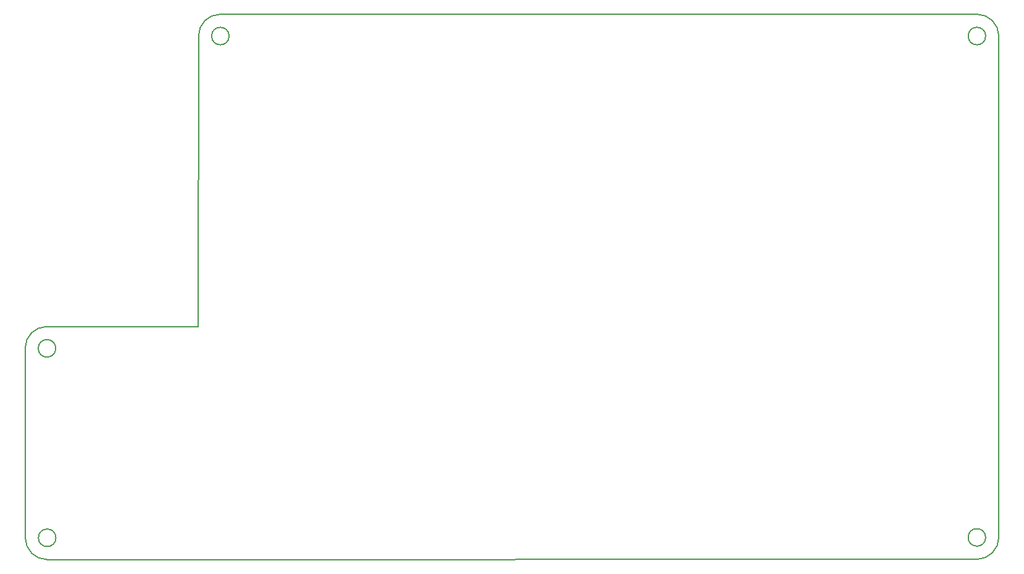
<source format=gbr>
G04 #@! TF.GenerationSoftware,KiCad,Pcbnew,(5.1.4)-1*
G04 #@! TF.CreationDate,2020-11-17T13:56:55-05:00*
G04 #@! TF.ProjectId,base,62617365-2e6b-4696-9361-645f70636258,rev?*
G04 #@! TF.SameCoordinates,Original*
G04 #@! TF.FileFunction,Profile,NP*
%FSLAX46Y46*%
G04 Gerber Fmt 4.6, Leading zero omitted, Abs format (unit mm)*
G04 Created by KiCad (PCBNEW (5.1.4)-1) date 2020-11-17 13:56:55*
%MOMM*%
%LPD*%
G04 APERTURE LIST*
%ADD10C,0.200000*%
G04 APERTURE END LIST*
D10*
X150641086Y-53048579D02*
G75*
G03X150641086Y-53048579I-1200000J0D01*
G01*
X46859563Y-53048579D02*
G75*
G03X46859563Y-53048579I-1200000J0D01*
G01*
X150640632Y-121897763D02*
G75*
G03X150640632Y-121897763I-1200000J0D01*
G01*
X23106629Y-121945135D02*
G75*
G03X23106629Y-121945135I-1200000J0D01*
G01*
X23081825Y-95934335D02*
G75*
G03X23081825Y-95934335I-1200000J0D01*
G01*
X42659563Y-53047525D02*
G75*
G02X45659563Y-50048579I3000000J-1054D01*
G01*
X149441086Y-50048579D02*
G75*
G02X152441086Y-53048599I0J-3000000D01*
G01*
X152440632Y-121897783D02*
G75*
G02X149441746Y-124897763I-3000000J20D01*
G01*
X21907743Y-124945134D02*
G75*
G02X18906631Y-121947995I-1114J2999999D01*
G01*
X18881826Y-95937196D02*
G75*
G02X21881825Y-92934335I2999999J2861D01*
G01*
X18881827Y-95937196D02*
X18906631Y-121947995D01*
X21907744Y-124945134D02*
X149441746Y-124897763D01*
X152441086Y-53048599D02*
X152440632Y-121897783D01*
X45659563Y-50048579D02*
X149441086Y-50048579D01*
X42645550Y-92934335D02*
X42659563Y-53047525D01*
X21881825Y-92934335D02*
X42645550Y-92934335D01*
M02*

</source>
